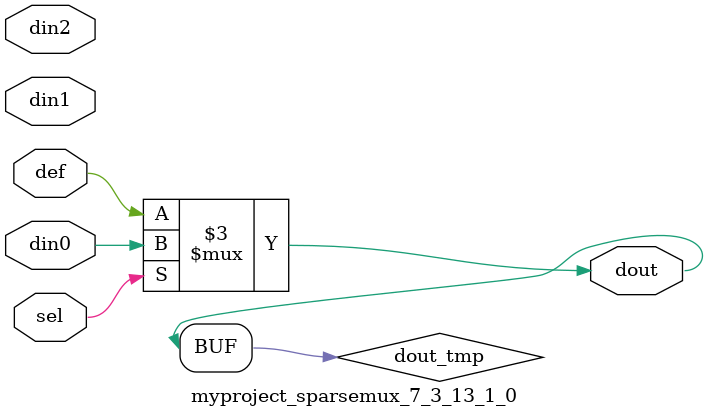
<source format=v>
`timescale 1ns / 1ps

module myproject_sparsemux_7_3_13_1_0 (din0,din1,din2,def,sel,dout);

parameter din0_WIDTH = 1;

parameter din1_WIDTH = 1;

parameter din2_WIDTH = 1;

parameter def_WIDTH = 1;
parameter sel_WIDTH = 1;
parameter dout_WIDTH = 1;

parameter [sel_WIDTH-1:0] CASE0 = 1;

parameter [sel_WIDTH-1:0] CASE1 = 1;

parameter [sel_WIDTH-1:0] CASE2 = 1;

parameter ID = 1;
parameter NUM_STAGE = 1;



input [din0_WIDTH-1:0] din0;

input [din1_WIDTH-1:0] din1;

input [din2_WIDTH-1:0] din2;

input [def_WIDTH-1:0] def;
input [sel_WIDTH-1:0] sel;

output [dout_WIDTH-1:0] dout;



reg [dout_WIDTH-1:0] dout_tmp;

always @ (*) begin
case (sel)
    
    CASE0 : dout_tmp = din0;
    
    CASE1 : dout_tmp = din1;
    
    CASE2 : dout_tmp = din2;
    
    default : dout_tmp = def;
endcase
end


assign dout = dout_tmp;



endmodule

</source>
